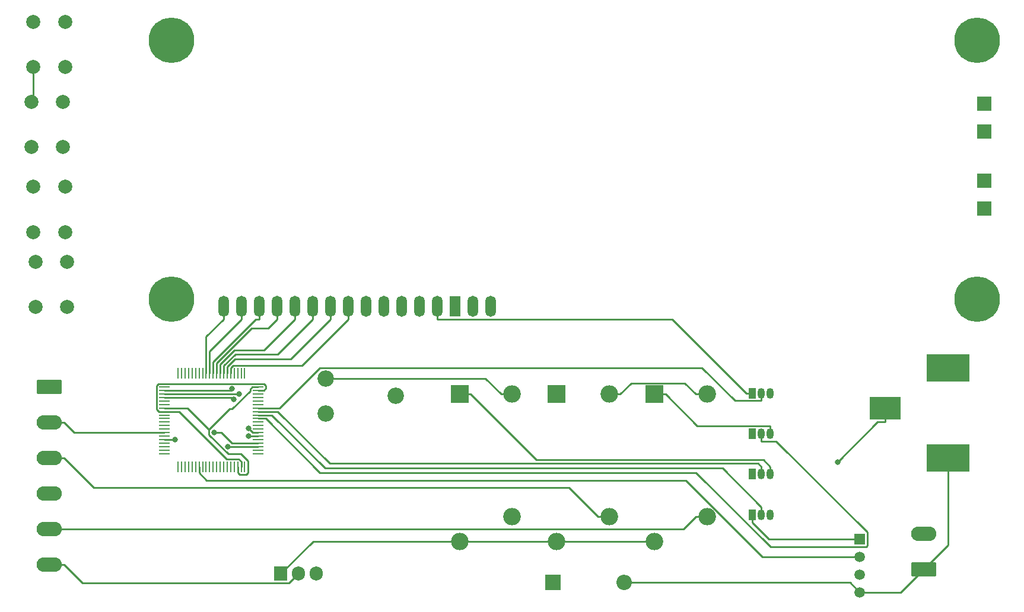
<source format=gbr>
%TF.GenerationSoftware,KiCad,Pcbnew,7.0.7*%
%TF.CreationDate,2023-12-03T21:53:00-03:00*%
%TF.ProjectId,climatizador automatico,636c696d-6174-4697-9a61-646f72206175,rev?*%
%TF.SameCoordinates,Original*%
%TF.FileFunction,Copper,L1,Top*%
%TF.FilePolarity,Positive*%
%FSLAX46Y46*%
G04 Gerber Fmt 4.6, Leading zero omitted, Abs format (unit mm)*
G04 Created by KiCad (PCBNEW 7.0.7) date 2023-12-03 21:53:00*
%MOMM*%
%LPD*%
G01*
G04 APERTURE LIST*
G04 Aperture macros list*
%AMRoundRect*
0 Rectangle with rounded corners*
0 $1 Rounding radius*
0 $2 $3 $4 $5 $6 $7 $8 $9 X,Y pos of 4 corners*
0 Add a 4 corners polygon primitive as box body*
4,1,4,$2,$3,$4,$5,$6,$7,$8,$9,$2,$3,0*
0 Add four circle primitives for the rounded corners*
1,1,$1+$1,$2,$3*
1,1,$1+$1,$4,$5*
1,1,$1+$1,$6,$7*
1,1,$1+$1,$8,$9*
0 Add four rect primitives between the rounded corners*
20,1,$1+$1,$2,$3,$4,$5,0*
20,1,$1+$1,$4,$5,$6,$7,0*
20,1,$1+$1,$6,$7,$8,$9,0*
20,1,$1+$1,$8,$9,$2,$3,0*%
G04 Aperture macros list end*
%TA.AperFunction,ComponentPad*%
%ADD10R,2.200000X2.200000*%
%TD*%
%TA.AperFunction,ComponentPad*%
%ADD11O,2.200000X2.200000*%
%TD*%
%TA.AperFunction,ComponentPad*%
%ADD12R,2.500000X2.500000*%
%TD*%
%TA.AperFunction,ComponentPad*%
%ADD13O,2.500000X2.500000*%
%TD*%
%TA.AperFunction,SMDPad,CuDef*%
%ADD14RoundRect,0.062500X-0.675000X-0.062500X0.675000X-0.062500X0.675000X0.062500X-0.675000X0.062500X0*%
%TD*%
%TA.AperFunction,SMDPad,CuDef*%
%ADD15RoundRect,0.062500X-0.062500X-0.675000X0.062500X-0.675000X0.062500X0.675000X-0.062500X0.675000X0*%
%TD*%
%TA.AperFunction,ComponentPad*%
%ADD16R,1.050000X1.500000*%
%TD*%
%TA.AperFunction,ComponentPad*%
%ADD17O,1.050000X1.500000*%
%TD*%
%TA.AperFunction,SMDPad,CuDef*%
%ADD18R,4.400000X3.300000*%
%TD*%
%TA.AperFunction,SMDPad,CuDef*%
%ADD19R,6.200000X3.900000*%
%TD*%
%TA.AperFunction,ComponentPad*%
%ADD20C,2.340000*%
%TD*%
%TA.AperFunction,ComponentPad*%
%ADD21RoundRect,0.249999X-1.550001X0.790001X-1.550001X-0.790001X1.550001X-0.790001X1.550001X0.790001X0*%
%TD*%
%TA.AperFunction,ComponentPad*%
%ADD22O,3.600000X2.080000*%
%TD*%
%TA.AperFunction,ComponentPad*%
%ADD23C,2.000000*%
%TD*%
%TA.AperFunction,ComponentPad*%
%ADD24C,6.500000*%
%TD*%
%TA.AperFunction,ComponentPad*%
%ADD25R,1.500000X3.000000*%
%TD*%
%TA.AperFunction,ComponentPad*%
%ADD26O,1.500000X3.000000*%
%TD*%
%TA.AperFunction,ComponentPad*%
%ADD27R,2.000000X2.000000*%
%TD*%
%TA.AperFunction,ComponentPad*%
%ADD28R,1.905000X2.000000*%
%TD*%
%TA.AperFunction,ComponentPad*%
%ADD29O,1.905000X2.000000*%
%TD*%
%TA.AperFunction,ComponentPad*%
%ADD30R,1.500000X1.500000*%
%TD*%
%TA.AperFunction,ComponentPad*%
%ADD31C,1.500000*%
%TD*%
%TA.AperFunction,ComponentPad*%
%ADD32RoundRect,0.249999X1.550001X-0.790001X1.550001X0.790001X-1.550001X0.790001X-1.550001X-0.790001X0*%
%TD*%
%TA.AperFunction,ViaPad*%
%ADD33C,0.800000*%
%TD*%
%TA.AperFunction,Conductor*%
%ADD34C,0.250000*%
%TD*%
%TA.AperFunction,Conductor*%
%ADD35C,0.800000*%
%TD*%
G04 APERTURE END LIST*
D10*
%TO.P,D2,1,K*%
%TO.N,+12V*%
X149040900Y-125116900D03*
D11*
%TO.P,D2,2,A*%
%TO.N,GND*%
X159200900Y-125116900D03*
%TD*%
D12*
%TO.P,K1,1*%
%TO.N,Net-(Q4-E)*%
X135743400Y-98199400D03*
D13*
%TO.P,K1,3*%
%TO.N,+12V*%
X135743400Y-119199400D03*
%TO.P,K1,5*%
%TO.N,Net-(J2-Pin_1)*%
X143243400Y-115699400D03*
%TO.P,K1,6*%
%TO.N,GND*%
X143243400Y-98199400D03*
%TD*%
D12*
%TO.P,K5,1*%
%TO.N,Net-(Q3-E)*%
X163530900Y-98199400D03*
D13*
%TO.P,K5,3*%
%TO.N,+12V*%
X163530900Y-119199400D03*
%TO.P,K5,5*%
%TO.N,Net-(J2-Pin_5)*%
X171030900Y-115699400D03*
%TO.P,K5,6*%
%TO.N,GND*%
X171030900Y-98199400D03*
%TD*%
D14*
%TO.P,U4,1,PTE0*%
%TO.N,unconnected-(U4-PTE0-Pad1)*%
X93633400Y-97169400D03*
%TO.P,U4,2,PTE1*%
%TO.N,Net-(U2-E)*%
X93633400Y-97669400D03*
%TO.P,U4,3,PTE2*%
%TO.N,Net-(U2-R{slash}~{W})*%
X93633400Y-98169400D03*
%TO.P,U4,4,PTE3*%
%TO.N,Net-(U2-RS)*%
X93633400Y-98669400D03*
%TO.P,U4,5,PTE4*%
%TO.N,unconnected-(U4-PTE4-Pad5)*%
X93633400Y-99169400D03*
%TO.P,U4,6,PTE5*%
%TO.N,unconnected-(U4-PTE5-Pad6)*%
X93633400Y-99669400D03*
%TO.P,U4,7,VDD*%
%TO.N,Net-(U4-VDD-Pad38)*%
X93633400Y-100169400D03*
%TO.P,U4,8,VSS*%
%TO.N,Net-(U4-VSS-Pad39)*%
X93633400Y-100669400D03*
%TO.P,U4,9,USB0_DP*%
%TO.N,unconnected-(U4-USB0_DP-Pad9)*%
X93633400Y-101169400D03*
%TO.P,U4,10,USB0_DM*%
%TO.N,unconnected-(U4-USB0_DM-Pad10)*%
X93633400Y-101669400D03*
%TO.P,U4,11,VOUT33*%
%TO.N,unconnected-(U4-VOUT33-Pad11)*%
X93633400Y-102169400D03*
%TO.P,U4,12,VREGIN*%
%TO.N,unconnected-(U4-VREGIN-Pad12)*%
X93633400Y-102669400D03*
%TO.P,U4,13,PTE20*%
%TO.N,unconnected-(U4-PTE20-Pad13)*%
X93633400Y-103169400D03*
%TO.P,U4,14,PTE21*%
%TO.N,GND*%
X93633400Y-103669400D03*
%TO.P,U4,15,PTE22*%
%TO.N,unconnected-(U4-PTE22-Pad15)*%
X93633400Y-104169400D03*
%TO.P,U4,16,PTE23*%
%TO.N,+12V*%
X93633400Y-104669400D03*
%TO.P,U4,17,VDDA*%
%TO.N,unconnected-(U4-VDDA-Pad17)*%
X93633400Y-105169400D03*
%TO.P,U4,18,VREFH*%
%TO.N,unconnected-(U4-VREFH-Pad18)*%
X93633400Y-105669400D03*
%TO.P,U4,19,VREFL*%
%TO.N,unconnected-(U4-VREFL-Pad19)*%
X93633400Y-106169400D03*
%TO.P,U4,20,VSSA*%
%TO.N,unconnected-(U4-VSSA-Pad20)*%
X93633400Y-106669400D03*
D15*
%TO.P,U4,21,PTE29*%
%TO.N,unconnected-(U4-PTE29-Pad21)*%
X95570900Y-108606900D03*
%TO.P,U4,22,PTE30*%
%TO.N,unconnected-(U4-PTE30-Pad22)*%
X96070900Y-108606900D03*
%TO.P,U4,23,PTE31*%
%TO.N,unconnected-(U4-PTE31-Pad23)*%
X96570900Y-108606900D03*
%TO.P,U4,24,PTE24*%
%TO.N,unconnected-(U4-PTE24-Pad24)*%
X97070900Y-108606900D03*
%TO.P,U4,25,PTE25*%
%TO.N,unconnected-(U4-PTE25-Pad25)*%
X97570900Y-108606900D03*
%TO.P,U4,26,PTA0*%
%TO.N,unconnected-(U4-PTA0-Pad26)*%
X98070900Y-108606900D03*
%TO.P,U4,27,PTA1*%
%TO.N,Net-(U1-IO)*%
X98570900Y-108606900D03*
%TO.P,U4,28,PTA2*%
%TO.N,unconnected-(U4-PTA2-Pad28)*%
X99070900Y-108606900D03*
%TO.P,U4,29,PTA3*%
%TO.N,unconnected-(U4-PTA3-Pad29)*%
X99570900Y-108606900D03*
%TO.P,U4,30,PTA4*%
%TO.N,unconnected-(U4-PTA4-Pad30)*%
X100070900Y-108606900D03*
%TO.P,U4,31,PTA5*%
%TO.N,unconnected-(U4-PTA5-Pad31)*%
X100570900Y-108606900D03*
%TO.P,U4,32,PTA12*%
%TO.N,unconnected-(U4-PTA12-Pad32)*%
X101070900Y-108606900D03*
%TO.P,U4,33,PTA13*%
%TO.N,unconnected-(U4-PTA13-Pad33)*%
X101570900Y-108606900D03*
%TO.P,U4,34,PTA14*%
%TO.N,unconnected-(U4-PTA14-Pad34)*%
X102070900Y-108606900D03*
%TO.P,U4,35,PTA15*%
%TO.N,unconnected-(U4-PTA15-Pad35)*%
X102570900Y-108606900D03*
%TO.P,U4,36,PTA16*%
%TO.N,unconnected-(U4-PTA16-Pad36)*%
X103070900Y-108606900D03*
%TO.P,U4,37,PTA17*%
%TO.N,unconnected-(U4-PTA17-Pad37)*%
X103570900Y-108606900D03*
%TO.P,U4,38,VDD*%
%TO.N,Net-(U4-VDD-Pad38)*%
X104070900Y-108606900D03*
%TO.P,U4,39,VSS*%
%TO.N,Net-(U4-VSS-Pad39)*%
X104570900Y-108606900D03*
%TO.P,U4,40,PTA18*%
%TO.N,unconnected-(U4-PTA18-Pad40)*%
X105070900Y-108606900D03*
D14*
%TO.P,U4,41,PTA19*%
%TO.N,unconnected-(U4-PTA19-Pad41)*%
X107008400Y-106669400D03*
%TO.P,U4,42,PTA20*%
%TO.N,unconnected-(U4-PTA20-Pad42)*%
X107008400Y-106169400D03*
%TO.P,U4,43,PTB0/LLWU_P5*%
%TO.N,Net-(U4-PTB0{slash}LLWU_P5)*%
X107008400Y-105669400D03*
%TO.P,U4,44,PTB1*%
%TO.N,Net-(U4-PTB1)*%
X107008400Y-105169400D03*
%TO.P,U4,45,PTB2*%
%TO.N,unconnected-(U4-PTB2-Pad45)*%
X107008400Y-104669400D03*
%TO.P,U4,46,PTB3*%
%TO.N,Net-(U4-PTB3)*%
X107008400Y-104169400D03*
%TO.P,U4,47,PTB8*%
%TO.N,Net-(U4-PTB8)*%
X107008400Y-103669400D03*
%TO.P,U4,48,PTB9*%
%TO.N,unconnected-(U4-PTB9-Pad48)*%
X107008400Y-103169400D03*
%TO.P,U4,49,PTB10*%
%TO.N,unconnected-(U4-PTB10-Pad49)*%
X107008400Y-102669400D03*
%TO.P,U4,50,PTB11*%
%TO.N,unconnected-(U4-PTB11-Pad50)*%
X107008400Y-102169400D03*
%TO.P,U4,51,PTB16*%
%TO.N,Net-(Q3-B)*%
X107008400Y-101669400D03*
%TO.P,U4,52,PTB17*%
%TO.N,Net-(Q5-B)*%
X107008400Y-101169400D03*
%TO.P,U4,53,PTB18*%
%TO.N,Net-(Q4-B)*%
X107008400Y-100669400D03*
%TO.P,U4,54,PTB19*%
%TO.N,Net-(Q2-B)*%
X107008400Y-100169400D03*
%TO.P,U4,55,PTC0*%
%TO.N,unconnected-(U4-PTC0-Pad55)*%
X107008400Y-99669400D03*
%TO.P,U4,56,PTC1/LLWU_P6/RTC_CLKIN*%
%TO.N,unconnected-(U4-PTC1{slash}LLWU_P6{slash}RTC_CLKIN-Pad56)*%
X107008400Y-99169400D03*
%TO.P,U4,57,PTC2*%
%TO.N,unconnected-(U4-PTC2-Pad57)*%
X107008400Y-98669400D03*
%TO.P,U4,58,PTC3/LLWU_P7*%
%TO.N,unconnected-(U4-PTC3{slash}LLWU_P7-Pad58)*%
X107008400Y-98169400D03*
%TO.P,U4,59,VSS*%
%TO.N,Net-(U4-VSS-Pad39)*%
X107008400Y-97669400D03*
%TO.P,U4,60,VDD*%
%TO.N,Net-(U4-VDD-Pad38)*%
X107008400Y-97169400D03*
D15*
%TO.P,U4,61,PTC4/LLWU_P8*%
%TO.N,unconnected-(U4-PTC4{slash}LLWU_P8-Pad61)*%
X105070900Y-95231900D03*
%TO.P,U4,62,PTC5/LLWU_P9*%
%TO.N,unconnected-(U4-PTC5{slash}LLWU_P9-Pad62)*%
X104570900Y-95231900D03*
%TO.P,U4,63,PTC6/LLWU_P10*%
%TO.N,unconnected-(U4-PTC6{slash}LLWU_P10-Pad63)*%
X104070900Y-95231900D03*
%TO.P,U4,64,PTC7*%
%TO.N,unconnected-(U4-PTC7-Pad64)*%
X103570900Y-95231900D03*
%TO.P,U4,65,PTC8*%
%TO.N,Net-(U2-DB0)*%
X103070900Y-95231900D03*
%TO.P,U4,66,PTC9*%
%TO.N,Net-(U2-DB1)*%
X102570900Y-95231900D03*
%TO.P,U4,67,PTC10*%
%TO.N,Net-(U2-DB2)*%
X102070900Y-95231900D03*
%TO.P,U4,68,PTC11*%
%TO.N,Net-(U2-DB3)*%
X101570900Y-95231900D03*
%TO.P,U4,69,PTC12*%
%TO.N,Net-(U2-DB4)*%
X101070900Y-95231900D03*
%TO.P,U4,70,PTC13*%
%TO.N,Net-(U2-DB5)*%
X100570900Y-95231900D03*
%TO.P,U4,71,PTC16*%
%TO.N,Net-(U2-DB6)*%
X100070900Y-95231900D03*
%TO.P,U4,72,PTC17*%
%TO.N,Net-(U2-DB7)*%
X99570900Y-95231900D03*
%TO.P,U4,73,PTD0*%
%TO.N,unconnected-(U4-PTD0-Pad73)*%
X99070900Y-95231900D03*
%TO.P,U4,74,PTD1*%
%TO.N,unconnected-(U4-PTD1-Pad74)*%
X98570900Y-95231900D03*
%TO.P,U4,75,PTD2*%
%TO.N,unconnected-(U4-PTD2-Pad75)*%
X98070900Y-95231900D03*
%TO.P,U4,76,PTD3*%
%TO.N,unconnected-(U4-PTD3-Pad76)*%
X97570900Y-95231900D03*
%TO.P,U4,77,PTD4/LLWU_P14*%
%TO.N,unconnected-(U4-PTD4{slash}LLWU_P14-Pad77)*%
X97070900Y-95231900D03*
%TO.P,U4,78,PTD5*%
%TO.N,unconnected-(U4-PTD5-Pad78)*%
X96570900Y-95231900D03*
%TO.P,U4,79,PTD6/LLWU_P15*%
%TO.N,unconnected-(U4-PTD6{slash}LLWU_P15-Pad79)*%
X96070900Y-95231900D03*
%TO.P,U4,80,PTD7*%
%TO.N,unconnected-(U4-PTD7-Pad80)*%
X95570900Y-95231900D03*
%TD*%
D16*
%TO.P,Q3,1,C*%
%TO.N,Net-(Q2-C)*%
X177533400Y-103839400D03*
D17*
%TO.P,Q3,2,B*%
%TO.N,Net-(Q3-B)*%
X178803400Y-103839400D03*
%TO.P,Q3,3,E*%
%TO.N,Net-(Q3-E)*%
X180073400Y-103839400D03*
%TD*%
D18*
%TO.P,J1,1*%
%TO.N,+12V*%
X196440900Y-100186900D03*
D19*
%TO.P,J1,2*%
%TO.N,GND*%
X205440900Y-107336900D03*
%TO.P,J1,3*%
%TO.N,N/C*%
X205440900Y-94436900D03*
%TD*%
D20*
%TO.P,RV1,1,1*%
%TO.N,Net-(Q2-C)*%
X116620900Y-100921900D03*
%TO.P,RV1,2,2*%
%TO.N,Net-(U2-VO)*%
X126620900Y-98421900D03*
%TO.P,RV1,3,3*%
%TO.N,GND*%
X116620900Y-95921900D03*
%TD*%
D21*
%TO.P,J2,1,Pin_1*%
%TO.N,Net-(J2-Pin_1)*%
X77170900Y-97176900D03*
D22*
%TO.P,J2,2,Pin_2*%
%TO.N,GND*%
X77170900Y-102256900D03*
%TO.P,J2,3,Pin_3*%
%TO.N,Net-(J2-Pin_3)*%
X77170900Y-107336900D03*
%TO.P,J2,4,Pin_4*%
%TO.N,GND*%
X77170900Y-112416900D03*
%TO.P,J2,5,Pin_5*%
%TO.N,Net-(J2-Pin_5)*%
X77170900Y-117496900D03*
%TO.P,J2,6,Pin_6*%
%TO.N,GND*%
X77170900Y-122576900D03*
%TD*%
D23*
%TO.P,SW3,1,1*%
%TO.N,GND*%
X74920900Y-75026900D03*
X74920900Y-68526900D03*
%TO.P,SW3,2,2*%
%TO.N,Net-(U4-PTB1)*%
X79420900Y-75026900D03*
X79420900Y-68526900D03*
%TD*%
D16*
%TO.P,Q5,1,C*%
%TO.N,Net-(Q2-C)*%
X177533400Y-115419400D03*
D17*
%TO.P,Q5,2,B*%
%TO.N,Net-(Q5-B)*%
X178803400Y-115419400D03*
%TO.P,Q5,3,E*%
%TO.N,Net-(Q5-E)*%
X180073400Y-115419400D03*
%TD*%
D12*
%TO.P,K2,1*%
%TO.N,Net-(Q5-E)*%
X149560900Y-98199400D03*
D13*
%TO.P,K2,3*%
%TO.N,+12V*%
X149560900Y-119199400D03*
%TO.P,K2,5*%
%TO.N,Net-(J2-Pin_3)*%
X157060900Y-115699400D03*
%TO.P,K2,6*%
%TO.N,GND*%
X157060900Y-98199400D03*
%TD*%
D23*
%TO.P,SW2,1,1*%
%TO.N,GND*%
X74630900Y-62886900D03*
X74630900Y-56386900D03*
%TO.P,SW2,2,2*%
%TO.N,Net-(U4-PTB3)*%
X79130900Y-62886900D03*
X79130900Y-56386900D03*
%TD*%
%TO.P,SW1,1,1*%
%TO.N,GND*%
X74920900Y-51456900D03*
X74920900Y-44956900D03*
%TO.P,SW1,2,2*%
%TO.N,Net-(U4-PTB8)*%
X79420900Y-51456900D03*
X79420900Y-44956900D03*
%TD*%
D24*
%TO.P,U2,*%
%TO.N,*%
X209600900Y-84646900D03*
X209600900Y-47646900D03*
X94600900Y-84646900D03*
X94600900Y-47646900D03*
D25*
%TO.P,U2,1,VSS*%
%TO.N,GND*%
X135100900Y-85646900D03*
D26*
%TO.P,U2,2,VDD*%
%TO.N,Net-(Q2-C)*%
X132560900Y-85646900D03*
%TO.P,U2,3,VO*%
%TO.N,Net-(U2-VO)*%
X130020900Y-85646900D03*
%TO.P,U2,4,RS*%
%TO.N,Net-(U2-RS)*%
X127480900Y-85646900D03*
%TO.P,U2,5,R/~{W}*%
%TO.N,Net-(U2-R{slash}~{W})*%
X124940900Y-85646900D03*
%TO.P,U2,6,E*%
%TO.N,Net-(U2-E)*%
X122400900Y-85646900D03*
%TO.P,U2,7,DB0*%
%TO.N,Net-(U2-DB0)*%
X119860900Y-85646900D03*
%TO.P,U2,8,DB1*%
%TO.N,Net-(U2-DB1)*%
X117320900Y-85646900D03*
%TO.P,U2,9,DB2*%
%TO.N,Net-(U2-DB2)*%
X114780900Y-85646900D03*
%TO.P,U2,10,DB3*%
%TO.N,Net-(U2-DB3)*%
X112240900Y-85646900D03*
%TO.P,U2,11,DB4*%
%TO.N,Net-(U2-DB4)*%
X109700900Y-85646900D03*
%TO.P,U2,12,DB5*%
%TO.N,Net-(U2-DB5)*%
X107160900Y-85646900D03*
%TO.P,U2,13,DB6*%
%TO.N,Net-(U2-DB6)*%
X104620900Y-85646900D03*
%TO.P,U2,14,DB7*%
%TO.N,Net-(U2-DB7)*%
X102080900Y-85646900D03*
%TO.P,U2,15,A/VEE*%
%TO.N,unconnected-(U2-A{slash}VEE-Pad15)*%
X137640900Y-85646900D03*
%TO.P,U2,16,K*%
%TO.N,unconnected-(U2-K-Pad16)*%
X140180900Y-85646900D03*
D27*
%TO.P,U2,A1,A1*%
%TO.N,unconnected-(U2-PadA1)*%
X210600900Y-71646900D03*
%TO.P,U2,A2,A2*%
%TO.N,unconnected-(U2-PadA2)*%
X210600900Y-60646900D03*
%TO.P,U2,K1,K1*%
%TO.N,unconnected-(U2-PadK1)*%
X210600900Y-67646900D03*
%TO.P,U2,K2,K2*%
%TO.N,unconnected-(U2-PadK2)*%
X210600900Y-56646900D03*
%TD*%
D16*
%TO.P,Q4,1,C*%
%TO.N,Net-(Q2-C)*%
X177533400Y-109629400D03*
D17*
%TO.P,Q4,2,B*%
%TO.N,Net-(Q4-B)*%
X178803400Y-109629400D03*
%TO.P,Q4,3,E*%
%TO.N,Net-(Q4-E)*%
X180073400Y-109629400D03*
%TD*%
D28*
%TO.P,U5,1,VI*%
%TO.N,+12V*%
X110190900Y-123846900D03*
D29*
%TO.P,U5,2,GND*%
%TO.N,GND*%
X112730900Y-123846900D03*
%TO.P,U5,3,VO*%
%TO.N,Net-(Q2-C)*%
X115270900Y-123846900D03*
%TD*%
D16*
%TO.P,Q2,1,C*%
%TO.N,Net-(Q2-C)*%
X177533400Y-98049400D03*
D17*
%TO.P,Q2,2,B*%
%TO.N,Net-(Q2-B)*%
X178803400Y-98049400D03*
%TO.P,Q2,3,E*%
%TO.N,Net-(J10-Pin_2)*%
X180073400Y-98049400D03*
%TD*%
D30*
%TO.P,U1,1,VCC*%
%TO.N,Net-(Q2-C)*%
X192838400Y-118864400D03*
D31*
%TO.P,U1,2,IO*%
%TO.N,Net-(U1-IO)*%
X192838400Y-121404400D03*
%TO.P,U1,3,NC*%
%TO.N,unconnected-(U1-NC-Pad3)*%
X192838400Y-123944400D03*
%TO.P,U1,4,GND*%
%TO.N,GND*%
X192838400Y-126484400D03*
%TD*%
D23*
%TO.P,SW4,1,1*%
%TO.N,GND*%
X75210900Y-85746900D03*
X75210900Y-79246900D03*
%TO.P,SW4,2,2*%
%TO.N,Net-(U4-PTB0{slash}LLWU_P5)*%
X79710900Y-85746900D03*
X79710900Y-79246900D03*
%TD*%
D32*
%TO.P,J10,1,Pin_1*%
%TO.N,GND*%
X201962500Y-123190000D03*
D22*
%TO.P,J10,2,Pin_2*%
%TO.N,Net-(J10-Pin_2)*%
X201962500Y-118110000D03*
%TD*%
D33*
%TO.N,+12V*%
X95162800Y-104669400D03*
X189676100Y-107875200D03*
%TO.N,Net-(U4-PTB8)*%
X105653200Y-103102800D03*
%TO.N,Net-(U4-PTB3)*%
X105663000Y-104169400D03*
%TO.N,Net-(U4-PTB1)*%
X100714700Y-103649000D03*
%TO.N,Net-(U4-PTB0{slash}LLWU_P5)*%
X102701300Y-105669400D03*
%TO.N,Net-(U2-RS)*%
X103529000Y-98902600D03*
%TO.N,Net-(U2-R{slash}~{W})*%
X104242200Y-98169400D03*
%TO.N,Net-(U2-E)*%
X103274100Y-97437800D03*
%TD*%
D34*
%TO.N,GND*%
X198668100Y-126484400D02*
X201962500Y-123190000D01*
X192838400Y-126484400D02*
X198668100Y-126484400D01*
X191470900Y-125116900D02*
X192838400Y-126484400D01*
X159200900Y-125116900D02*
X191470900Y-125116900D01*
X205440900Y-119711600D02*
X205440900Y-107336900D01*
X201962500Y-123190000D02*
X205440900Y-119711600D01*
%TO.N,+12V*%
X95162800Y-104669400D02*
X93633400Y-104669400D01*
X114838400Y-119199400D02*
X135743400Y-119199400D01*
X135743400Y-119199400D02*
X149560900Y-119199400D01*
X196440900Y-102163800D02*
X195387500Y-102163800D01*
X110190900Y-123846900D02*
X114838400Y-119199400D01*
X196440900Y-100186900D02*
X196440900Y-102163800D01*
X149560900Y-119199400D02*
X163530900Y-119199400D01*
X195387500Y-102163800D02*
X189676100Y-107875200D01*
%TO.N,GND*%
X167877100Y-96622500D02*
X169454000Y-98199400D01*
X77170900Y-102256900D02*
X79297800Y-102256900D01*
D35*
X74920900Y-78956900D02*
X75210900Y-79246900D01*
D34*
X77170900Y-122576900D02*
X79297800Y-122576900D01*
X93633400Y-103669400D02*
X80710300Y-103669400D01*
X158637800Y-98199400D02*
X160214700Y-96622500D01*
X80710300Y-103669400D02*
X79297800Y-102256900D01*
X157060900Y-98199400D02*
X158637800Y-98199400D01*
D35*
X74630900Y-68236900D02*
X74920900Y-68526900D01*
D34*
X143243400Y-98199400D02*
X141666500Y-98199400D01*
D35*
X74920900Y-56096900D02*
X74630900Y-56386900D01*
D34*
X139389000Y-95921900D02*
X141666500Y-98199400D01*
X160214700Y-96622500D02*
X167877100Y-96622500D01*
X111404000Y-125173800D02*
X81894700Y-125173800D01*
X116620900Y-95921900D02*
X139389000Y-95921900D01*
X112730900Y-123846900D02*
X111404000Y-125173800D01*
X81894700Y-125173800D02*
X79297800Y-122576900D01*
X171030900Y-98199400D02*
X169454000Y-98199400D01*
X74920900Y-56096900D02*
X74920900Y-51456900D01*
%TO.N,Net-(J2-Pin_3)*%
X157060900Y-115699400D02*
X155484000Y-115699400D01*
X151313000Y-111528400D02*
X155484000Y-115699400D01*
X83489300Y-111528400D02*
X151313000Y-111528400D01*
X77170900Y-107336900D02*
X79297800Y-107336900D01*
X79297800Y-107336900D02*
X83489300Y-111528400D01*
%TO.N,Net-(J2-Pin_5)*%
X171030900Y-115699400D02*
X169454000Y-115699400D01*
X167656500Y-117496900D02*
X77170900Y-117496900D01*
X169454000Y-115699400D02*
X167656500Y-117496900D01*
%TO.N,Net-(Q2-B)*%
X175014200Y-99126300D02*
X178803400Y-99126300D01*
X110023600Y-100169400D02*
X115783300Y-94409700D01*
X115783300Y-94409700D02*
X170297600Y-94409700D01*
X178803400Y-98049400D02*
X178803400Y-99126300D01*
X107008400Y-100169400D02*
X110023600Y-100169400D01*
X170297600Y-94409700D02*
X175014200Y-99126300D01*
%TO.N,Net-(Q3-B)*%
X115785200Y-109383100D02*
X169504800Y-109383100D01*
X193915300Y-117918400D02*
X180913200Y-104916300D01*
X193778900Y-119973600D02*
X193915300Y-119837200D01*
X107008400Y-101669400D02*
X108071500Y-101669400D01*
X180095300Y-119973600D02*
X193778900Y-119973600D01*
X169504800Y-109383100D02*
X180095300Y-119973600D01*
X178803400Y-103839400D02*
X178803400Y-104916300D01*
X180913200Y-104916300D02*
X178803400Y-104916300D01*
X108071500Y-101669400D02*
X115785200Y-109383100D01*
X193915300Y-119837200D02*
X193915300Y-117918400D01*
%TO.N,Net-(Q4-B)*%
X109792000Y-100669400D02*
X117224600Y-108102000D01*
X117224600Y-108102000D02*
X178352900Y-108102000D01*
X107008400Y-100669400D02*
X109792000Y-100669400D01*
X178352900Y-108102000D02*
X178803400Y-108552500D01*
X178803400Y-109629400D02*
X178803400Y-108552500D01*
%TO.N,Net-(Q5-B)*%
X116558500Y-108777600D02*
X108950300Y-101169400D01*
X178803400Y-115419400D02*
X178803400Y-114342500D01*
X178803400Y-114342500D02*
X173238500Y-108777600D01*
X108950300Y-101169400D02*
X107008400Y-101169400D01*
X173238500Y-108777600D02*
X116558500Y-108777600D01*
%TO.N,Net-(U4-PTB8)*%
X105653200Y-103102800D02*
X106219800Y-103669400D01*
X106219800Y-103669400D02*
X107008400Y-103669400D01*
%TO.N,Net-(U4-PTB3)*%
X105663000Y-104169400D02*
X107008400Y-104169400D01*
%TO.N,Net-(U4-PTB1)*%
X101708900Y-103649000D02*
X100714700Y-103649000D01*
X103229300Y-105169400D02*
X101708900Y-103649000D01*
X107008400Y-105169400D02*
X103229300Y-105169400D01*
%TO.N,Net-(U4-PTB0{slash}LLWU_P5)*%
X107008400Y-105669400D02*
X102701300Y-105669400D01*
%TO.N,Net-(U1-IO)*%
X99639800Y-110494500D02*
X168056100Y-110494500D01*
X178966000Y-121404400D02*
X192838400Y-121404400D01*
X98570900Y-108606900D02*
X98570900Y-109425600D01*
X168056100Y-110494500D02*
X178966000Y-121404400D01*
X98570900Y-109425600D02*
X99639800Y-110494500D01*
%TO.N,Net-(U2-RS)*%
X103295800Y-98669400D02*
X103529000Y-98902600D01*
X93633400Y-98669400D02*
X103295800Y-98669400D01*
%TO.N,Net-(U2-R{slash}~{W})*%
X93633400Y-98169400D02*
X104242200Y-98169400D01*
%TO.N,Net-(U2-E)*%
X103274100Y-97437800D02*
X103042500Y-97669400D01*
X103042500Y-97669400D02*
X93633400Y-97669400D01*
%TO.N,Net-(U2-DB0)*%
X119860900Y-85646900D02*
X119860900Y-87473800D01*
X113224800Y-94109900D02*
X119860900Y-87473800D01*
X103070900Y-95231900D02*
X103070900Y-94439500D01*
X103070900Y-94439500D02*
X103400500Y-94109900D01*
X103400500Y-94109900D02*
X113224800Y-94109900D01*
%TO.N,Net-(U2-DB1)*%
X102570900Y-94282200D02*
X102570900Y-95231900D01*
X103697200Y-93155900D02*
X102570900Y-94282200D01*
X111638800Y-93155900D02*
X103697200Y-93155900D01*
X117320900Y-87473800D02*
X111638800Y-93155900D01*
X117320900Y-85646900D02*
X117320900Y-87473800D01*
%TO.N,Net-(U2-DB2)*%
X114780900Y-87473800D02*
X109789300Y-92465400D01*
X103730700Y-92465400D02*
X102070900Y-94125200D01*
X102070900Y-94125200D02*
X102070900Y-95231900D01*
X109789300Y-92465400D02*
X103730700Y-92465400D01*
X114780900Y-85646900D02*
X114780900Y-87473800D01*
%TO.N,Net-(U2-DB3)*%
X107840200Y-91874500D02*
X103604100Y-91874500D01*
X101570900Y-93907700D02*
X101570900Y-95231900D01*
X112240900Y-87473800D02*
X107840200Y-91874500D01*
X103604100Y-91874500D02*
X101570900Y-93907700D01*
X112240900Y-85646900D02*
X112240900Y-87473800D01*
%TO.N,Net-(U2-DB4)*%
X108410100Y-88764600D02*
X106039500Y-88764600D01*
X101070900Y-93733200D02*
X101070900Y-95231900D01*
X106039500Y-88764600D02*
X101070900Y-93733200D01*
X109700900Y-87473800D02*
X108410100Y-88764600D01*
X109700900Y-85646900D02*
X109700900Y-87473800D01*
%TO.N,Net-(U2-DB5)*%
X107160900Y-85646900D02*
X107160900Y-87473800D01*
X107160900Y-87473800D02*
X106650300Y-87473800D01*
X106650300Y-87473800D02*
X100570900Y-93553200D01*
X100570900Y-93553200D02*
X100570900Y-95231900D01*
%TO.N,Net-(U2-DB6)*%
X104620900Y-87473800D02*
X100070900Y-92023800D01*
X100070900Y-92023800D02*
X100070900Y-95231900D01*
X104620900Y-85646900D02*
X104620900Y-87473800D01*
%TO.N,Net-(U2-DB7)*%
X99570900Y-89983800D02*
X99570900Y-95231900D01*
X102080900Y-87473800D02*
X99570900Y-89983800D01*
X102080900Y-85646900D02*
X102080900Y-87473800D01*
%TO.N,Net-(Q4-E)*%
X179075200Y-107554300D02*
X146675200Y-107554300D01*
X135743400Y-98199400D02*
X137320300Y-98199400D01*
X180073400Y-109629400D02*
X180073400Y-108552500D01*
X146675200Y-107554300D02*
X137320300Y-98199400D01*
X180073400Y-108552500D02*
X179075200Y-107554300D01*
%TO.N,Net-(Q3-E)*%
X180073400Y-103839400D02*
X180073400Y-102762500D01*
X169670900Y-102762500D02*
X165107800Y-98199400D01*
X163530900Y-98199400D02*
X165107800Y-98199400D01*
X180073400Y-102762500D02*
X169670900Y-102762500D01*
%TO.N,Net-(Q2-C)*%
X179901500Y-118864400D02*
X177533400Y-116496300D01*
X132560900Y-85646900D02*
X132560900Y-87473800D01*
X177533400Y-115419400D02*
X177533400Y-116496300D01*
X166105900Y-87473800D02*
X132560900Y-87473800D01*
X192838400Y-118864400D02*
X179901500Y-118864400D01*
X177533400Y-98049400D02*
X176681500Y-98049400D01*
X176681500Y-98049400D02*
X166105900Y-87473800D01*
%TO.N,Net-(U4-VDD-Pad38)*%
X102911600Y-100279300D02*
X103285100Y-100279300D01*
X105862600Y-97459300D02*
X106152500Y-97169400D01*
X104499300Y-106727200D02*
X102730700Y-106727200D01*
X105294900Y-109672700D02*
X105538400Y-109429200D01*
X96927500Y-100169400D02*
X99974500Y-103216400D01*
X93633400Y-100169400D02*
X96927500Y-100169400D01*
X105862600Y-97701800D02*
X105862600Y-97459300D01*
X104342900Y-109672700D02*
X105294900Y-109672700D01*
X99974500Y-103216400D02*
X102911600Y-100279300D01*
X104070900Y-109400700D02*
X104342900Y-109672700D01*
X105538400Y-109429200D02*
X105538400Y-107766300D01*
X103285100Y-100279300D02*
X105862600Y-97701800D01*
X105538400Y-107766300D02*
X104499300Y-106727200D01*
X104070900Y-108606900D02*
X104070900Y-109400700D01*
X99974500Y-103971000D02*
X99974500Y-103216400D01*
X106152500Y-97169400D02*
X107008400Y-97169400D01*
X102730700Y-106727200D02*
X99974500Y-103971000D01*
%TO.N,Net-(U4-VSS-Pad39)*%
X93633400Y-100669400D02*
X95715600Y-100669400D01*
X102484100Y-107437900D02*
X104205600Y-107437900D01*
X92531900Y-100372200D02*
X92829100Y-100669400D01*
X92829100Y-100669400D02*
X93633400Y-100669400D01*
X104570900Y-107803200D02*
X104570900Y-108606900D01*
X104205600Y-107437900D02*
X104570900Y-107803200D01*
X107798800Y-97669400D02*
X108116600Y-97351600D01*
X92531900Y-96963700D02*
X92531900Y-100372200D01*
X95715600Y-100669400D02*
X102484100Y-107437900D01*
X107008400Y-97669400D02*
X107798800Y-97669400D01*
X108116600Y-96982800D02*
X107837500Y-96703700D01*
X107837500Y-96703700D02*
X92791900Y-96703700D01*
X92791900Y-96703700D02*
X92531900Y-96963700D01*
X108116600Y-97351600D02*
X108116600Y-96982800D01*
%TD*%
M02*

</source>
